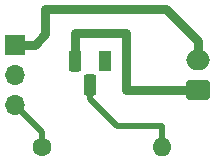
<source format=gtl>
G04 #@! TF.GenerationSoftware,KiCad,Pcbnew,8.0.8*
G04 #@! TF.CreationDate,2025-03-17T22:03:57+00:00*
G04 #@! TF.ProjectId,fan_PCB02,66616e5f-5043-4423-9032-2e6b69636164,rev?*
G04 #@! TF.SameCoordinates,Original*
G04 #@! TF.FileFunction,Copper,L1,Top*
G04 #@! TF.FilePolarity,Positive*
%FSLAX46Y46*%
G04 Gerber Fmt 4.6, Leading zero omitted, Abs format (unit mm)*
G04 Created by KiCad (PCBNEW 8.0.8) date 2025-03-17 22:03:57*
%MOMM*%
%LPD*%
G01*
G04 APERTURE LIST*
G04 Aperture macros list*
%AMRoundRect*
0 Rectangle with rounded corners*
0 $1 Rounding radius*
0 $2 $3 $4 $5 $6 $7 $8 $9 X,Y pos of 4 corners*
0 Add a 4 corners polygon primitive as box body*
4,1,4,$2,$3,$4,$5,$6,$7,$8,$9,$2,$3,0*
0 Add four circle primitives for the rounded corners*
1,1,$1+$1,$2,$3*
1,1,$1+$1,$4,$5*
1,1,$1+$1,$6,$7*
1,1,$1+$1,$8,$9*
0 Add four rect primitives between the rounded corners*
20,1,$1+$1,$2,$3,$4,$5,0*
20,1,$1+$1,$4,$5,$6,$7,0*
20,1,$1+$1,$6,$7,$8,$9,0*
20,1,$1+$1,$8,$9,$2,$3,0*%
G04 Aperture macros list end*
G04 #@! TA.AperFunction,ComponentPad*
%ADD10RoundRect,0.250000X0.750000X-0.600000X0.750000X0.600000X-0.750000X0.600000X-0.750000X-0.600000X0*%
G04 #@! TD*
G04 #@! TA.AperFunction,ComponentPad*
%ADD11O,2.000000X1.700000*%
G04 #@! TD*
G04 #@! TA.AperFunction,ComponentPad*
%ADD12R,1.100000X1.800000*%
G04 #@! TD*
G04 #@! TA.AperFunction,ComponentPad*
%ADD13RoundRect,0.275000X0.275000X0.625000X-0.275000X0.625000X-0.275000X-0.625000X0.275000X-0.625000X0*%
G04 #@! TD*
G04 #@! TA.AperFunction,ComponentPad*
%ADD14C,1.600000*%
G04 #@! TD*
G04 #@! TA.AperFunction,ComponentPad*
%ADD15O,1.600000X1.600000*%
G04 #@! TD*
G04 #@! TA.AperFunction,ComponentPad*
%ADD16R,1.700000X1.700000*%
G04 #@! TD*
G04 #@! TA.AperFunction,ComponentPad*
%ADD17O,1.700000X1.700000*%
G04 #@! TD*
G04 #@! TA.AperFunction,Conductor*
%ADD18C,0.800000*%
G04 #@! TD*
G04 #@! TA.AperFunction,Conductor*
%ADD19C,0.500000*%
G04 #@! TD*
G04 APERTURE END LIST*
D10*
X31242000Y127000000D03*
D11*
X31242000Y129500000D03*
D12*
X23368000Y129432000D03*
D13*
X22098000Y127362000D03*
X20828000Y129432000D03*
D14*
X18034000Y122174000D03*
D15*
X28194000Y122174000D03*
D16*
X15748000Y130810000D03*
D17*
X15748000Y128270000D03*
X15748000Y125730000D03*
D18*
X28534000Y133858000D02*
X18288000Y133858000D01*
X18288000Y133858000D02*
X18288000Y131700000D01*
X31242000Y129500000D02*
X31242000Y131150000D01*
X31242000Y131150000D02*
X28534000Y133858000D01*
X18288000Y131700000D02*
X17398000Y130810000D01*
X31600000Y129500000D02*
X31750000Y129500000D01*
X17398000Y130810000D02*
X15748000Y130810000D01*
D19*
X18034000Y123444000D02*
X15748000Y125730000D01*
X18034000Y122174000D02*
X18034000Y123444000D01*
X28194000Y123952000D02*
X24384000Y123952000D01*
X28194000Y122174000D02*
X28194000Y123952000D01*
X22098000Y126238000D02*
X22098000Y127762000D01*
X24384000Y123952000D02*
X22098000Y126238000D01*
D18*
X25146000Y131826000D02*
X20828000Y131826000D01*
X20828000Y131826000D02*
X20828000Y129032000D01*
X31242000Y127000000D02*
X25146000Y127000000D01*
X25146000Y127000000D02*
X25146000Y131826000D01*
M02*

</source>
